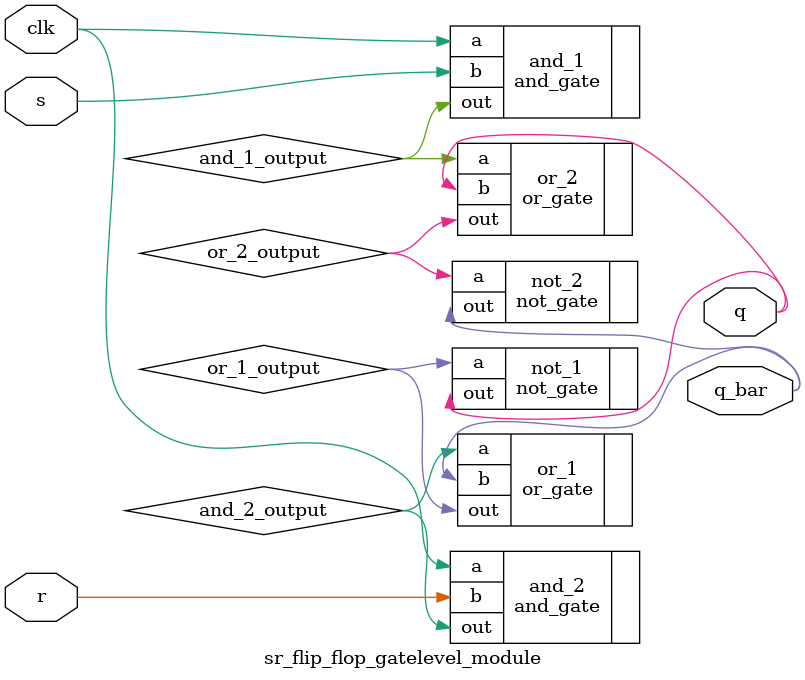
<source format=v>

module sr_flip_flop_gatelevel_module (s, r, clk, q, q_bar);
	input s, r;
	input clk; //clock
	
	output q, q_bar;
	
	wire and_1_output, and_2_output;
	wire or_1_output, or_2_output;
	

	and_gate and_1(.a(clk), .b(s), .out(and_1_output));
	and_gate and_2(.a(clk), .b(r), .out(and_2_output));
	
	or_gate or_1(.a(and_2_output), .b(q_bar), .out(or_1_output));
	not_gate not_1(.a(or_1_output), .out(q)); // These two lines are a NOR operation.
	
	or_gate or_2(.a(and_1_output), .b(q), .out(or_2_output));
	not_gate not_2(.a(or_2_output), .out(q_bar));
	
endmodule

</source>
